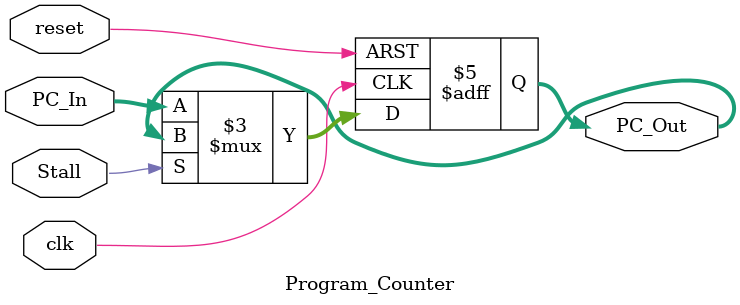
<source format=v>
`timescale 1ns / 1ps
module Program_Counter(
    input clk,
    input reset,
    input Stall,
    input [63:0] PC_In,
    output reg [63:0] PC_Out
    );
//if reset, we set PC_Out to 0, otherwise it's PC_In
always @(posedge clk or posedge reset)
begin
    if (reset)
        PC_Out = 64'b0;
        
    else if (Stall)
        PC_Out = PC_Out;          //stay in old instruction
    else
        PC_Out = PC_In;
end
endmodule

</source>
